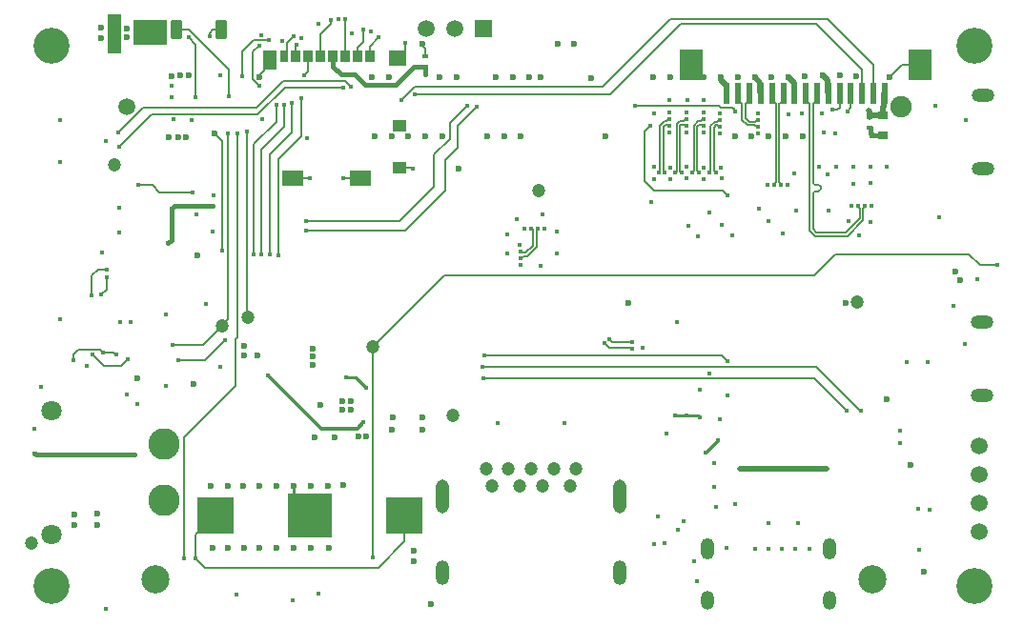
<source format=gbl>
G04*
G04 #@! TF.GenerationSoftware,Altium Limited,Altium Designer,20.1.11 (218)*
G04*
G04 Layer_Physical_Order=4*
G04 Layer_Color=16711680*
%FSLAX44Y44*%
%MOMM*%
G71*
G04*
G04 #@! TF.SameCoordinates,4E8BECB8-10D7-4487-B94D-AC5258AA6689*
G04*
G04*
G04 #@! TF.FilePolarity,Positive*
G04*
G01*
G75*
%ADD13C,0.2500*%
%ADD15C,0.1500*%
%ADD17C,0.1270*%
G04:AMPARAMS|DCode=42|XSize=0.5mm|YSize=0.4mm|CornerRadius=0.02mm|HoleSize=0mm|Usage=FLASHONLY|Rotation=0.000|XOffset=0mm|YOffset=0mm|HoleType=Round|Shape=RoundedRectangle|*
%AMROUNDEDRECTD42*
21,1,0.5000,0.3600,0,0,0.0*
21,1,0.4600,0.4000,0,0,0.0*
1,1,0.0400,0.2300,-0.1800*
1,1,0.0400,-0.2300,-0.1800*
1,1,0.0400,-0.2300,0.1800*
1,1,0.0400,0.2300,0.1800*
%
%ADD42ROUNDEDRECTD42*%
G04:AMPARAMS|DCode=50|XSize=0.8mm|YSize=0.7mm|CornerRadius=0.035mm|HoleSize=0mm|Usage=FLASHONLY|Rotation=0.000|XOffset=0mm|YOffset=0mm|HoleType=Round|Shape=RoundedRectangle|*
%AMROUNDEDRECTD50*
21,1,0.8000,0.6300,0,0,0.0*
21,1,0.7300,0.7000,0,0,0.0*
1,1,0.0700,0.3650,-0.3150*
1,1,0.0700,-0.3650,-0.3150*
1,1,0.0700,-0.3650,0.3150*
1,1,0.0700,0.3650,0.3150*
%
%ADD50ROUNDEDRECTD50*%
G04:AMPARAMS|DCode=57|XSize=1mm|YSize=1.7mm|CornerRadius=0.05mm|HoleSize=0mm|Usage=FLASHONLY|Rotation=180.000|XOffset=0mm|YOffset=0mm|HoleType=Round|Shape=RoundedRectangle|*
%AMROUNDEDRECTD57*
21,1,1.0000,1.6000,0,0,180.0*
21,1,0.9000,1.7000,0,0,180.0*
1,1,0.1000,-0.4500,0.8000*
1,1,0.1000,0.4500,0.8000*
1,1,0.1000,0.4500,-0.8000*
1,1,0.1000,-0.4500,-0.8000*
%
%ADD57ROUNDEDRECTD57*%
%ADD125C,0.1618*%
%ADD126C,0.1431*%
%ADD133C,0.4000*%
%ADD134C,0.1796*%
%ADD135C,0.5000*%
%ADD137C,0.3000*%
%ADD157C,1.9000*%
%ADD158C,1.5000*%
%ADD159O,1.2000X1.9000*%
%ADD160O,1.2000X1.7000*%
%ADD161R,1.5000X1.5000*%
%ADD162O,2.0000X1.2000*%
%ADD163C,1.2000*%
%ADD164C,2.8000*%
%ADD165C,1.8000*%
%ADD166O,1.2000X3.0000*%
%ADD167O,1.2000X2.2000*%
%ADD168C,2.5000*%
%ADD169C,3.2000*%
%ADD170C,0.4500*%
%ADD171C,0.6000*%
%ADD188R,2.1000X2.8000*%
%ADD189R,0.6000X1.9000*%
%ADD190R,1.5500X1.3500*%
%ADD191R,1.1700X1.8000*%
%ADD192R,1.9000X1.3500*%
%ADD193R,1.2000X1.0000*%
%ADD194R,0.7500X1.1000*%
%ADD195R,0.8500X1.1000*%
%ADD196R,4.0000X4.0000*%
%ADD197R,3.2000X3.2000*%
G36*
X79750Y537750D02*
X92250D01*
Y503500D01*
X79750D01*
Y537750D01*
D02*
G37*
G36*
X132250Y533000D02*
Y511250D01*
X103000D01*
Y533000D01*
X132250D01*
D02*
G37*
D13*
X583619Y181787D02*
X603963D01*
X605500Y180250D01*
X583500Y181906D02*
X583619Y181787D01*
X299750Y215750D02*
X309500Y206000D01*
X291750Y215750D02*
X299750D01*
X611000Y148250D02*
Y148750D01*
X622000Y159750D01*
X245250Y107000D02*
X259500Y92750D01*
X245250Y107000D02*
Y119000D01*
D15*
X181750Y261500D02*
Y262713D01*
X186356Y267319D02*
Y431856D01*
X181750Y262713D02*
X186356Y267319D01*
X164250Y244000D02*
X181750Y261500D01*
X209500Y324480D02*
Y422500D01*
X224000Y324480D02*
Y413500D01*
X216500Y324480D02*
Y418250D01*
X224300Y493850D02*
Y497000D01*
X215474Y485023D02*
X224300Y493850D01*
X215474Y483361D02*
Y485023D01*
X214613Y482500D02*
X215474Y483361D01*
X257900Y487150D02*
Y500500D01*
X254500Y483750D02*
X257900Y487150D01*
X288750Y392250D02*
X304250D01*
X288750Y392250D02*
X288750Y392250D01*
X244550D02*
X259250D01*
X259250Y392250D01*
X339250Y402000D02*
X350000D01*
X350750Y401250D01*
X337250Y499250D02*
X338250D01*
X344250Y505250D01*
Y512000D01*
X344500Y512250D01*
X231500Y409500D02*
X251750Y429750D01*
X231500Y324250D02*
Y409500D01*
X224000Y413500D02*
X243750Y433250D01*
X216500Y418250D02*
X236750Y438500D01*
X209500Y422500D02*
X229750Y442750D01*
X203500Y270250D02*
X204750Y269000D01*
X203500Y270250D02*
Y433500D01*
X193500Y249250D02*
X195106Y250856D01*
Y432106D01*
X166500Y231000D02*
X184000Y248500D01*
X143000Y231000D02*
X166500D01*
X243750Y433250D02*
Y459250D01*
X236750Y438500D02*
Y457750D01*
X251750Y429750D02*
Y463250D01*
X187250Y465000D02*
Y489250D01*
X140750Y524250D02*
X152250D01*
X187250Y489250D01*
X151750Y517500D02*
X158000Y511250D01*
Y464000D02*
Y511250D01*
X170250Y521500D02*
X173000Y524250D01*
X170250Y518250D02*
Y521500D01*
X173000Y524250D02*
X180750D01*
X362000Y500500D02*
Y507621D01*
X359389Y510232D02*
X362000Y507621D01*
X359389Y510232D02*
Y511450D01*
X291000Y478750D02*
X296000Y473750D01*
X211750Y454750D02*
X235750Y478750D01*
X291000D01*
X237308Y473119D02*
X289500D01*
X213189Y449000D02*
X237308Y473119D01*
X119500Y386250D02*
X125750Y380000D01*
X107500Y386250D02*
X119500D01*
X125750Y380000D02*
X155000D01*
X89500Y433000D02*
X111250Y454750D01*
X211750D01*
X119000Y449000D02*
X213189D01*
X229750Y442750D02*
Y457250D01*
X255750Y346000D02*
X344000D01*
X379500Y381500D01*
Y408750D01*
X256000Y354000D02*
X339000D01*
X369750Y384750D01*
Y413250D01*
X557000Y390000D02*
X565500Y381500D01*
X557000Y433750D02*
X562000Y438750D01*
X557000Y390000D02*
Y433750D01*
X634750Y455500D02*
X636750Y453500D01*
Y452000D02*
Y453500D01*
X624000Y455500D02*
X634750D01*
X548500Y457000D02*
X622500D01*
X624000Y455500D01*
X526500Y467000D02*
X589000Y529500D01*
X709250D02*
X749868Y488882D01*
X589000Y529500D02*
X709250D01*
X519179Y473821D02*
X579358Y534000D01*
X718892D02*
X759868Y493024D01*
X579358Y534000D02*
X718892D01*
X352321Y473821D02*
X519179D01*
X340500Y462000D02*
X352321Y473821D01*
X353000Y467000D02*
X526500D01*
X708750Y224750D02*
X748000Y185500D01*
X413014Y224750D02*
X708750D01*
X625250Y235000D02*
X630500Y229750D01*
X414500Y235000D02*
X625250D01*
X390500Y438750D02*
X408000Y456250D01*
X390500Y419750D02*
Y438750D01*
X379500Y408750D02*
X390500Y419750D01*
X384000Y427500D02*
Y441250D01*
X369750Y413250D02*
X384000Y427500D01*
Y441250D02*
X399250Y456500D01*
X785097Y493097D02*
X801368D01*
X774500Y482500D02*
X785097Y493097D01*
X315000Y242250D02*
X378750Y306000D01*
X707250D01*
X565500Y381500D02*
X626250D01*
X630750Y377000D01*
X726250Y325000D02*
X844750D01*
X707250Y306000D02*
X726250Y325000D01*
X854750Y315000D02*
X870250D01*
X844750Y325000D02*
X854750Y315000D01*
X158250Y54500D02*
X166250Y46500D01*
X158250Y75500D02*
X175500Y92750D01*
X158250Y54500D02*
Y75500D01*
X166250Y46500D02*
X320250D01*
X343500Y69750D02*
Y92750D01*
X320250Y46500D02*
X343500Y69750D01*
X193500Y207750D02*
Y249250D01*
X147750Y54750D02*
Y162000D01*
X193500Y207750D01*
X137250Y244000D02*
X164250D01*
X90000Y420000D02*
X119000Y449000D01*
X49550Y231050D02*
Y235550D01*
X54020Y240020D02*
X73230D01*
X49550Y235550D02*
X54020Y240020D01*
X73230D02*
X75500Y237750D01*
X66500Y235750D02*
X76250Y226000D01*
X75500Y237750D02*
X85500D01*
X87500Y235750D01*
X76250Y226000D02*
X92250D01*
X97500Y231250D01*
X315000Y56250D02*
X315500Y55750D01*
X315000Y56250D02*
Y242250D01*
X71250Y311500D02*
X79000D01*
X65750Y306000D02*
X71250Y311500D01*
X65750Y288000D02*
Y306000D01*
X74500Y288750D02*
X79500Y293750D01*
Y304250D01*
X707500Y214500D02*
X736250Y185750D01*
X414000Y214500D02*
X707500D01*
X748000Y185500D02*
X748500D01*
X174750Y432250D02*
X181250Y425750D01*
Y328250D02*
Y425750D01*
X759868Y468097D02*
Y493024D01*
X749868Y468097D02*
Y488882D01*
X723731Y453231D02*
X724000Y453500D01*
X728000D01*
X739868Y455118D02*
Y468097D01*
X736750Y452000D02*
X739868Y455118D01*
X728000Y453500D02*
X729868Y455368D01*
Y468097D01*
X545115Y246500D02*
X545500Y246885D01*
X528250Y246500D02*
X545115D01*
Y241500D02*
X545500Y241115D01*
X525090Y241500D02*
X545115D01*
X520920Y245670D02*
X525090Y241500D01*
X525000Y249750D02*
X528250Y246500D01*
D17*
X622938Y437940D02*
X623750D01*
X621444Y442257D02*
X622991Y443803D01*
X621391Y439487D02*
X622938Y437940D01*
X615480Y401370D02*
Y438634D01*
X619103Y442257D02*
X621444D01*
X618250Y437486D02*
X620250Y439487D01*
X618250Y402517D02*
Y437486D01*
X615480Y438634D02*
X619103Y442257D01*
X620250Y439487D02*
X621391D01*
X622991Y443803D02*
X623803D01*
X618250Y402517D02*
X618270Y402497D01*
Y399554D02*
Y402497D01*
X613980Y397195D02*
Y398034D01*
X615480Y401370D02*
X615500Y401350D01*
X618270Y399554D02*
X619790Y398034D01*
X615500Y399554D02*
Y401350D01*
X619790Y397195D02*
Y398034D01*
X613980Y398034D02*
X615500Y399554D01*
X598980Y397986D02*
X600500Y399506D01*
X607938Y438690D02*
X608750D01*
X606391Y440237D02*
X607938Y438690D01*
X605250Y440237D02*
X606391D01*
X603250Y438237D02*
X605250Y440237D01*
X607991Y444553D02*
X608803D01*
X606444Y443007D02*
X607991Y444553D01*
X604103Y443007D02*
X606444D01*
X600480Y439384D02*
X604103Y443007D01*
X603270Y399506D02*
Y402450D01*
X600480Y401322D02*
Y439384D01*
X604790Y397147D02*
Y397986D01*
X603250Y402470D02*
Y438237D01*
X600480Y401322D02*
X600500Y401302D01*
X603270Y399506D02*
X604790Y397986D01*
X603250Y402470D02*
X603270Y402450D01*
X600500Y399506D02*
Y401302D01*
X598980Y397147D02*
Y397986D01*
X577938Y438690D02*
X578750D01*
X576391Y440237D02*
X577938Y438690D01*
X575250Y440237D02*
X576391D01*
X573250Y402572D02*
Y438237D01*
X575250Y440237D01*
X577991Y444553D02*
X578803D01*
X576444Y443007D02*
X577991Y444553D01*
X574103Y443007D02*
X576444D01*
X570480Y439384D02*
X574103Y443007D01*
X568980Y398089D02*
X570500Y399609D01*
X574790Y397250D02*
Y398089D01*
X573270Y399609D02*
X574790Y398089D01*
X573270Y399609D02*
Y402552D01*
X573250Y402572D02*
X573270Y402552D01*
X570480Y401425D02*
X570500Y401405D01*
X570480Y401425D02*
Y439384D01*
X570500Y399609D02*
Y401405D01*
X568980Y397250D02*
Y398089D01*
X591322Y440261D02*
X592868Y438714D01*
X593681D01*
X589054Y440261D02*
X591322D01*
X588250Y439457D02*
X589054Y440261D01*
X588250Y397994D02*
Y439457D01*
X591375Y443031D02*
X592921Y444577D01*
X593734D01*
X587906Y443031D02*
X591375D01*
X585480Y440605D02*
X585480D01*
X587906Y443031D01*
X585480Y397994D02*
Y440605D01*
X588250Y397994D02*
X588994Y397250D01*
X589790D01*
X584736D02*
X585480Y397994D01*
X583980Y397250D02*
X584736D01*
D42*
X362000Y500500D02*
D03*
Y491500D02*
D03*
X756500Y446250D02*
D03*
Y437250D02*
D03*
D50*
X768250Y448250D02*
D03*
Y430750D02*
D03*
D57*
X140750Y524250D02*
D03*
X180750D02*
D03*
X85750Y521500D02*
D03*
X117750D02*
D03*
D125*
X460618Y331303D02*
Y346802D01*
X457500Y332595D02*
Y346802D01*
X456552Y347750D02*
X457500Y346802D01*
X456174Y347750D02*
X456552D01*
X460618Y346802D02*
X461566Y347750D01*
X461984D01*
X446750Y321710D02*
X447530D01*
X448876Y323056D02*
X452370D01*
X460618Y331303D01*
X446750Y327520D02*
X447530D01*
X448876Y326174D02*
X451079D01*
X447530Y327520D02*
X448876Y326174D01*
X451079D02*
X457500Y332595D01*
X447530Y321710D02*
X448876Y323056D01*
D126*
X706333Y389008D02*
G03*
X709049Y386293I2715J0D01*
G01*
X710805Y380862D02*
G03*
X710805Y386293I0J2715D01*
G01*
X709049Y380862D02*
G03*
X706333Y378146I0J-2715D01*
G01*
X656745Y444065D02*
X657575D01*
X655131Y442451D02*
X656745Y444065D01*
X652301Y442451D02*
X655131D01*
X643402Y444322D02*
X648204Y439520D01*
X649418Y442451D02*
X652300D01*
X652301Y442451D01*
X654140Y439520D02*
X654993Y438668D01*
X648204Y439520D02*
X654140D01*
X654993Y438668D02*
X657163D01*
X657750Y438080D01*
X642152Y459313D02*
X642564D01*
X639868Y461597D02*
Y468097D01*
Y461597D02*
X642152Y459313D01*
X643402Y444322D02*
Y458474D01*
X642564Y459313D02*
X643402Y458474D01*
X646333Y445536D02*
X649418Y442451D01*
X646333Y445536D02*
Y458474D01*
X647172Y459313D01*
X647583D01*
X649868Y461597D01*
Y468097D01*
X706333Y389008D02*
Y402674D01*
X709049Y386293D02*
X710805D01*
X709049Y380862D02*
X710805D01*
X706333Y372000D02*
Y378146D01*
Y402674D02*
Y458063D01*
Y364910D02*
Y372000D01*
X703402Y345953D02*
Y366124D01*
X706333Y347167D02*
Y364910D01*
X703402Y366124D02*
Y458063D01*
X703402Y366124D02*
X703402Y366124D01*
X699868Y461597D02*
X703402Y458063D01*
X699868Y461597D02*
Y468097D01*
X709868Y461597D02*
Y468097D01*
X706333Y458063D02*
X709868Y461597D01*
X706333Y364910D02*
X706333Y364910D01*
X706333Y347167D02*
X709500Y344000D01*
X735500D01*
X703402Y345953D02*
X708286Y341069D01*
X736714D01*
X750930Y355285D01*
X735500Y344000D02*
X747999Y356499D01*
Y365444D01*
X746560Y366884D02*
X747999Y365444D01*
X746560Y366884D02*
Y367714D01*
X750930Y355285D02*
Y365444D01*
X752370Y366884D01*
Y367714D01*
X671900Y386750D02*
Y387580D01*
X673339Y389020D01*
X672152Y459313D02*
X672564D01*
X669868Y461597D02*
Y468097D01*
Y461597D02*
X672152Y459313D01*
X673339Y393309D02*
X673402Y393372D01*
X673339Y389020D02*
Y393309D01*
X672564Y459313D02*
X673402Y458474D01*
X673402Y393372D02*
Y404389D01*
X673402Y404389D01*
Y458474D01*
X676270Y389020D02*
Y392095D01*
Y389020D02*
X677710Y387580D01*
X676270Y392095D02*
X676333Y392158D01*
Y403175D01*
X676333Y403175D01*
Y458474D02*
X677172Y459313D01*
X676333Y403175D02*
Y458474D01*
X677710Y386750D02*
Y387580D01*
X677172Y459313D02*
X677583D01*
X679868Y461597D01*
Y468097D01*
D133*
X16020Y147480D02*
X16500Y147000D01*
X15000Y147480D02*
X16020D01*
X362000Y484750D02*
Y491500D01*
X362000Y484750D02*
X362000Y484750D01*
X279900Y500500D02*
X280000Y500400D01*
Y491750D02*
Y500400D01*
Y491750D02*
X287250Y484500D01*
X299000D01*
X308250Y475250D01*
X335750D01*
X352000Y491500D01*
X362000D01*
X757000Y432593D02*
Y437250D01*
X758843Y430750D02*
X768250D01*
X756500Y437250D02*
X757000D01*
Y432593D02*
X758843Y430750D01*
X139635Y368250D02*
X173250D01*
X136635Y365250D02*
X139635Y368250D01*
X136500Y365250D02*
X136635D01*
X136500Y337500D02*
Y365250D01*
X133500Y334500D02*
X136500Y337500D01*
X16500Y147000D02*
X104000D01*
D134*
X199500Y505000D02*
X209500Y515000D01*
X223168D02*
X223250Y514918D01*
X209500Y515000D02*
X223168D01*
X268900Y500500D02*
Y519900D01*
X278500Y529500D02*
Y533000D01*
X268900Y519900D02*
X278500Y529500D01*
X312900Y509650D02*
X320750Y517500D01*
X312900Y500500D02*
Y509650D01*
X301500Y508250D02*
X306500Y513250D01*
Y524750D01*
X291025Y500625D02*
Y533225D01*
X290750Y533500D02*
X291025Y533225D01*
X290900Y500500D02*
X291025Y500625D01*
X301500Y500900D02*
Y508250D01*
Y500900D02*
X301900Y500500D01*
X239252Y512502D02*
X245500Y518750D01*
X239252Y503352D02*
Y512502D01*
X236400Y500500D02*
X239252Y503352D01*
X247852Y510594D02*
Y511326D01*
X246500Y500900D02*
Y509242D01*
X247852Y510594D01*
X246500Y500900D02*
X246900Y500500D01*
X209000Y504750D02*
X214750Y510500D01*
X199500Y483000D02*
Y505000D01*
X209000Y480500D02*
Y504750D01*
Y480500D02*
X214750Y474750D01*
D135*
X719368Y468597D02*
X719868Y468097D01*
X719368Y468597D02*
Y479611D01*
X715250Y483729D02*
X719368Y479611D01*
X715250Y483729D02*
Y484000D01*
X689368Y468597D02*
X689868Y468097D01*
X689368Y468597D02*
Y477361D01*
X684500Y482229D02*
X689368Y477361D01*
X684500Y482229D02*
Y482500D01*
X659368Y468597D02*
X659868Y468097D01*
X659368Y468597D02*
Y477361D01*
X654500Y482229D02*
X659368Y477361D01*
X654500Y482229D02*
Y482500D01*
X629868Y468097D02*
Y474597D01*
X624691Y479774D02*
X629868Y474597D01*
X624691Y479774D02*
Y482309D01*
X624500Y482500D02*
X624691Y482309D01*
X756500Y446250D02*
Y451750D01*
X756000Y452250D02*
X756500Y451750D01*
X758500Y448250D02*
X768250D01*
X756500Y446250D02*
X758500Y448250D01*
X768250D02*
X768500Y448500D01*
Y455500D01*
X769368Y467597D02*
X769868Y468097D01*
X769368Y456368D02*
Y467597D01*
X768500Y455500D02*
X769368Y456368D01*
X660000Y134250D02*
X680250D01*
X641250D02*
X660000D01*
X680250D02*
X700500D01*
X718000D01*
D137*
X269500Y170000D02*
X301500D01*
X222500Y217000D02*
X269500Y170000D01*
X301500D02*
X307250Y175750D01*
D157*
X784695Y455975D02*
D03*
D158*
X96694D02*
D03*
X853750Y154600D02*
D03*
Y129199D02*
D03*
Y103799D02*
D03*
Y78400D02*
D03*
X388289Y525180D02*
D03*
X362889D02*
D03*
D159*
X612500Y62750D02*
D03*
X721000D02*
D03*
D160*
X612500Y17750D02*
D03*
X721000D02*
D03*
D161*
X413689Y525180D02*
D03*
D162*
X856500Y265000D02*
D03*
Y199000D02*
D03*
X857000Y400500D02*
D03*
Y466500D02*
D03*
D163*
X181750Y261500D02*
D03*
X416000Y134000D02*
D03*
X436000D02*
D03*
X496000D02*
D03*
X476000D02*
D03*
X491000Y119000D02*
D03*
X456000Y134000D02*
D03*
X466000Y119000D02*
D03*
X446000D02*
D03*
X421000D02*
D03*
X86250Y404250D02*
D03*
X315000Y242250D02*
D03*
X745750Y282750D02*
D03*
X462500Y381250D02*
D03*
X386500Y181500D02*
D03*
X12000Y67750D02*
D03*
X204750Y269000D02*
D03*
D164*
X130000Y156000D02*
D03*
Y106000D02*
D03*
D165*
X30000Y76000D02*
D03*
Y186000D02*
D03*
D166*
X534500Y109700D02*
D03*
X377500D02*
D03*
D167*
X534500Y41700D02*
D03*
X377500D02*
D03*
D168*
X122695Y35975D02*
D03*
X758695D02*
D03*
D169*
X850000Y30000D02*
D03*
Y510000D02*
D03*
X30000D02*
D03*
Y30000D02*
D03*
D170*
X15000Y147480D02*
D03*
X216500Y324480D02*
D03*
X209500D02*
D03*
X224000D02*
D03*
X179500Y484000D02*
D03*
X288750Y392250D02*
D03*
X259250D02*
D03*
X254500Y483750D02*
D03*
X350750Y401250D02*
D03*
X344500Y512250D02*
D03*
X231500Y324250D02*
D03*
X184000Y248500D02*
D03*
X251750Y463250D02*
D03*
X203500Y433500D02*
D03*
X216500Y519500D02*
D03*
X313750Y522500D02*
D03*
X251500Y516500D02*
D03*
X284500Y534000D02*
D03*
X187250Y465000D02*
D03*
X151750Y517500D02*
D03*
X170250Y518250D02*
D03*
X362000Y484750D02*
D03*
X339250Y441500D02*
D03*
X158000Y464000D02*
D03*
X266773Y529521D02*
D03*
X320750Y517500D02*
D03*
X306500Y524750D02*
D03*
X290750Y533500D02*
D03*
X296750Y521250D02*
D03*
X245500Y518750D02*
D03*
X296000Y473750D02*
D03*
X289500Y473119D02*
D03*
X278500Y533000D02*
D03*
X247852Y511326D02*
D03*
X235000Y514500D02*
D03*
X223250Y514918D02*
D03*
X214750Y510500D02*
D03*
X199500Y483000D02*
D03*
X214750Y474750D02*
D03*
X256945Y427648D02*
D03*
X155000Y380000D02*
D03*
X173918Y376832D02*
D03*
X195106Y432106D02*
D03*
X186356Y431856D02*
D03*
X243750Y459250D02*
D03*
X236750Y457750D02*
D03*
X229750Y457250D02*
D03*
X255750Y346000D02*
D03*
X256000Y354000D02*
D03*
X137000Y464750D02*
D03*
Y474250D02*
D03*
X138750Y444500D02*
D03*
X154750Y443750D02*
D03*
X216750Y445000D02*
D03*
X726250Y432250D02*
D03*
X715500Y432750D02*
D03*
X714500Y449750D02*
D03*
X696250Y450000D02*
D03*
X684500Y449500D02*
D03*
X747250Y342000D02*
D03*
X757750Y353750D02*
D03*
X737500Y354250D02*
D03*
X741750Y387500D02*
D03*
X757750Y388000D02*
D03*
X719250Y395500D02*
D03*
X719750Y363500D02*
D03*
X690000Y396250D02*
D03*
X691000Y363250D02*
D03*
X658000Y365500D02*
D03*
X667000Y354250D02*
D03*
X679500Y343500D02*
D03*
X625000Y392500D02*
D03*
X609500Y392000D02*
D03*
X594250Y392250D02*
D03*
X579250Y392000D02*
D03*
X565500D02*
D03*
X564750Y450000D02*
D03*
X609500Y462250D02*
D03*
X594500D02*
D03*
X579000Y462000D02*
D03*
X563000Y371250D02*
D03*
X634250Y342000D02*
D03*
X625000Y351250D02*
D03*
X614000Y361750D02*
D03*
X595750Y350500D02*
D03*
X604000Y340750D02*
D03*
X464500Y314250D02*
D03*
X435000Y325750D02*
D03*
X434750Y342500D02*
D03*
X443500Y356250D02*
D03*
X466500Y360500D02*
D03*
X479000Y345250D02*
D03*
Y325750D02*
D03*
X450250Y347750D02*
D03*
X468000D02*
D03*
X445750Y333500D02*
D03*
X446750Y315750D02*
D03*
X657750Y450000D02*
D03*
Y432250D02*
D03*
X666000Y386750D02*
D03*
X683500D02*
D03*
X758250Y367750D02*
D03*
X740750D02*
D03*
X565323Y402177D02*
D03*
X578750Y450500D02*
D03*
Y432750D02*
D03*
X593750D02*
D03*
Y450500D02*
D03*
X608750Y432750D02*
D03*
Y450500D02*
D03*
X623750Y449750D02*
D03*
Y432000D02*
D03*
X636750Y452000D02*
D03*
X548500Y457000D02*
D03*
X79500Y304250D02*
D03*
X340500Y462000D02*
D03*
X353000Y467000D02*
D03*
X413014Y224750D02*
D03*
X414500Y235000D02*
D03*
X90000Y420000D02*
D03*
X89500Y433000D02*
D03*
X78500Y425250D02*
D03*
X485500Y174750D02*
D03*
X693250Y85750D02*
D03*
X605500Y180250D02*
D03*
X594250Y181787D02*
D03*
X583500Y181906D02*
D03*
X654750Y63000D02*
D03*
X585500Y264750D02*
D03*
X555250Y241500D02*
D03*
X74750Y326500D02*
D03*
X568500Y91500D02*
D03*
X605597Y204716D02*
D03*
X690750Y63250D02*
D03*
X702750Y63000D02*
D03*
X678750Y63250D02*
D03*
X666750Y63000D02*
D03*
X629750Y63500D02*
D03*
X309500Y206000D02*
D03*
X623250Y178500D02*
D03*
X756000Y452250D02*
D03*
X630750Y377000D02*
D03*
X562000Y438750D02*
D03*
X789250Y228750D02*
D03*
X143000Y231000D02*
D03*
X167250Y281000D02*
D03*
X181250Y328250D02*
D03*
X173500Y345000D02*
D03*
X818500Y357750D02*
D03*
X840750Y245000D02*
D03*
X842000Y443750D02*
D03*
X870250Y315000D02*
D03*
X852250Y302500D02*
D03*
X831250Y279000D02*
D03*
X814500Y456750D02*
D03*
X808552Y228750D02*
D03*
X783250Y157000D02*
D03*
Y168000D02*
D03*
X800750Y62500D02*
D03*
X799250Y98250D02*
D03*
X810250Y98000D02*
D03*
X576000Y165750D02*
D03*
X614500Y219000D02*
D03*
X630500Y199250D02*
D03*
Y229750D02*
D03*
X622000Y159750D02*
D03*
X611000Y148250D02*
D03*
X618250Y139000D02*
D03*
Y118000D02*
D03*
X620250Y100250D02*
D03*
X591750Y87500D02*
D03*
X574250Y68250D02*
D03*
X564750Y67500D02*
D03*
X600750Y51750D02*
D03*
X603000Y34250D02*
D03*
X179500Y225000D02*
D03*
X147750Y54750D02*
D03*
X158250Y54500D02*
D03*
X37750Y444000D02*
D03*
Y406500D02*
D03*
X90000Y344000D02*
D03*
Y366500D02*
D03*
X159000Y360000D02*
D03*
X173250Y368250D02*
D03*
X133500Y334500D02*
D03*
X136500Y365250D02*
D03*
X131750Y271750D02*
D03*
X100500Y265000D02*
D03*
X91250D02*
D03*
X37250Y267500D02*
D03*
X61750Y225250D02*
D03*
X49550Y231050D02*
D03*
X66500Y235750D02*
D03*
X137250Y244000D02*
D03*
X14750Y169750D02*
D03*
X20500Y206750D02*
D03*
X87500Y235750D02*
D03*
X75500Y237750D02*
D03*
X97500Y231250D02*
D03*
X131750Y207500D02*
D03*
X106000Y192000D02*
D03*
X97000Y200000D02*
D03*
X291750Y215750D02*
D03*
X222500Y217000D02*
D03*
X307250Y175750D02*
D03*
X315500Y55750D02*
D03*
X244500Y17500D02*
D03*
X194250Y22500D02*
D03*
X78250Y10000D02*
D03*
X267000Y23250D02*
D03*
X104000Y147000D02*
D03*
X79000Y311500D02*
D03*
X65750Y288000D02*
D03*
X74500Y288750D02*
D03*
X107500Y386250D02*
D03*
X736250Y185750D02*
D03*
X414000Y214500D02*
D03*
X748500Y185500D02*
D03*
X408000Y456250D02*
D03*
X399250Y456500D02*
D03*
X712000Y402750D02*
D03*
X727000D02*
D03*
X742000D02*
D03*
X757000D02*
D03*
X772000D02*
D03*
X723731Y453231D02*
D03*
X623803Y443803D02*
D03*
X623750Y437940D02*
D03*
X657575Y444065D02*
D03*
X657750Y438080D02*
D03*
X736750Y452000D02*
D03*
X624500Y401750D02*
D03*
X579250Y402000D02*
D03*
X609250D02*
D03*
X594000Y402250D02*
D03*
X752370Y367714D02*
D03*
X746560D02*
D03*
X671900Y386750D02*
D03*
X677710D02*
D03*
X461984Y347750D02*
D03*
X456174D02*
D03*
X446750Y327520D02*
D03*
Y321710D02*
D03*
X426000Y174750D02*
D03*
X545500Y246885D02*
D03*
Y241115D02*
D03*
X520920Y245670D02*
D03*
X525000Y249750D02*
D03*
X641250Y134250D02*
D03*
X660000D02*
D03*
X680250D02*
D03*
X700500D02*
D03*
X718000D02*
D03*
X637000Y102750D02*
D03*
X586000Y80250D02*
D03*
X619790Y397195D02*
D03*
X613980D02*
D03*
X608750Y438690D02*
D03*
X608803Y444553D02*
D03*
X604790Y397147D02*
D03*
X598980D02*
D03*
X578750Y438690D02*
D03*
X578803Y444553D02*
D03*
X574790Y397250D02*
D03*
X568980D02*
D03*
X593681Y438714D02*
D03*
X593734Y444577D02*
D03*
X589790Y397250D02*
D03*
X583980D02*
D03*
X666750Y85750D02*
D03*
D171*
X314500Y482500D02*
D03*
X329500D02*
D03*
X214613D02*
D03*
X149500Y428750D02*
D03*
X392000Y400500D02*
D03*
X316889Y429450D02*
D03*
X268750Y190750D02*
D03*
X288250Y186500D02*
D03*
Y194500D02*
D03*
X296250D02*
D03*
Y186500D02*
D03*
X758843Y430750D02*
D03*
X772041Y195948D02*
D03*
X541889Y281889D02*
D03*
X735250Y281750D02*
D03*
X833000Y309750D02*
D03*
X837000Y301500D02*
D03*
X792750Y137250D02*
D03*
X804750Y43000D02*
D03*
X70750Y94250D02*
D03*
X70500Y84000D02*
D03*
X50250Y84250D02*
D03*
X50000Y93500D02*
D03*
X156000Y209750D02*
D03*
X201250Y63500D02*
D03*
X276250Y63750D02*
D03*
X230250Y63500D02*
D03*
X245250D02*
D03*
X260750Y63750D02*
D03*
X215000Y63500D02*
D03*
X152000Y483500D02*
D03*
X144250D02*
D03*
X137000Y483250D02*
D03*
X106000Y215000D02*
D03*
X200750Y243000D02*
D03*
Y235250D02*
D03*
X212750D02*
D03*
X262000Y226500D02*
D03*
Y234000D02*
D03*
Y241250D02*
D03*
X281500Y162250D02*
D03*
X264000D02*
D03*
X309750Y162750D02*
D03*
X302750D02*
D03*
X186750Y63500D02*
D03*
X172750Y64000D02*
D03*
X351750Y51750D02*
D03*
Y61500D02*
D03*
X89250Y507000D02*
D03*
X82750D02*
D03*
X89250Y534750D02*
D03*
X82750D02*
D03*
X106750Y516500D02*
D03*
Y525250D02*
D03*
X128750Y516500D02*
D03*
Y525500D02*
D03*
X416947Y429450D02*
D03*
X332020D02*
D03*
X637111Y429321D02*
D03*
X699250Y483250D02*
D03*
X715250Y484000D02*
D03*
X730000Y483500D02*
D03*
X744500Y483000D02*
D03*
X359500Y179750D02*
D03*
Y168750D02*
D03*
X332250D02*
D03*
X454500Y482500D02*
D03*
X174750Y432250D02*
D03*
X609500Y482500D02*
D03*
X564539D02*
D03*
X624500D02*
D03*
X579500D02*
D03*
X696889Y429450D02*
D03*
X479389Y511450D02*
D03*
X494389D02*
D03*
X509000Y481750D02*
D03*
X346889Y429450D02*
D03*
X361889D02*
D03*
X376889D02*
D03*
X431889D02*
D03*
X446889D02*
D03*
X521889D02*
D03*
X651889D02*
D03*
X666889D02*
D03*
X681889D02*
D03*
X96750Y525750D02*
D03*
X74250Y526250D02*
D03*
Y517000D02*
D03*
X96750Y517500D02*
D03*
X142250Y428500D02*
D03*
X134500D02*
D03*
X359389Y511450D02*
D03*
X374500Y482500D02*
D03*
X389500D02*
D03*
X424500D02*
D03*
X439500D02*
D03*
X464500D02*
D03*
X594500D02*
D03*
X639500D02*
D03*
X654500D02*
D03*
X669500D02*
D03*
X684500D02*
D03*
X774500D02*
D03*
X332750Y180250D02*
D03*
X159250Y324000D02*
D03*
X289250Y119500D02*
D03*
X275750Y119000D02*
D03*
X260750D02*
D03*
X245250D02*
D03*
X230250Y118750D02*
D03*
X215000Y119000D02*
D03*
X200500D02*
D03*
X186500Y118750D02*
D03*
X171500Y119000D02*
D03*
X366750Y13750D02*
D03*
D188*
X598368Y493097D02*
D03*
X801368D02*
D03*
D189*
X769868Y468097D02*
D03*
X759868D02*
D03*
X749868D02*
D03*
X739868D02*
D03*
X729868D02*
D03*
X719868D02*
D03*
X709868D02*
D03*
X699868D02*
D03*
X689868D02*
D03*
X679868D02*
D03*
X669868D02*
D03*
X659868D02*
D03*
X649868D02*
D03*
X639868D02*
D03*
X629868D02*
D03*
D190*
X337250Y499250D02*
D03*
D191*
X224300Y497000D02*
D03*
D192*
X244550Y392250D02*
D03*
X304250D02*
D03*
D193*
X339250Y402000D02*
D03*
Y439000D02*
D03*
D194*
X236400Y500500D02*
D03*
D195*
X246900D02*
D03*
X257900D02*
D03*
X268900D02*
D03*
X279900D02*
D03*
X290900D02*
D03*
X301900D02*
D03*
X312900D02*
D03*
D196*
X259500Y92750D02*
D03*
D197*
X175500D02*
D03*
X343500D02*
D03*
M02*

</source>
